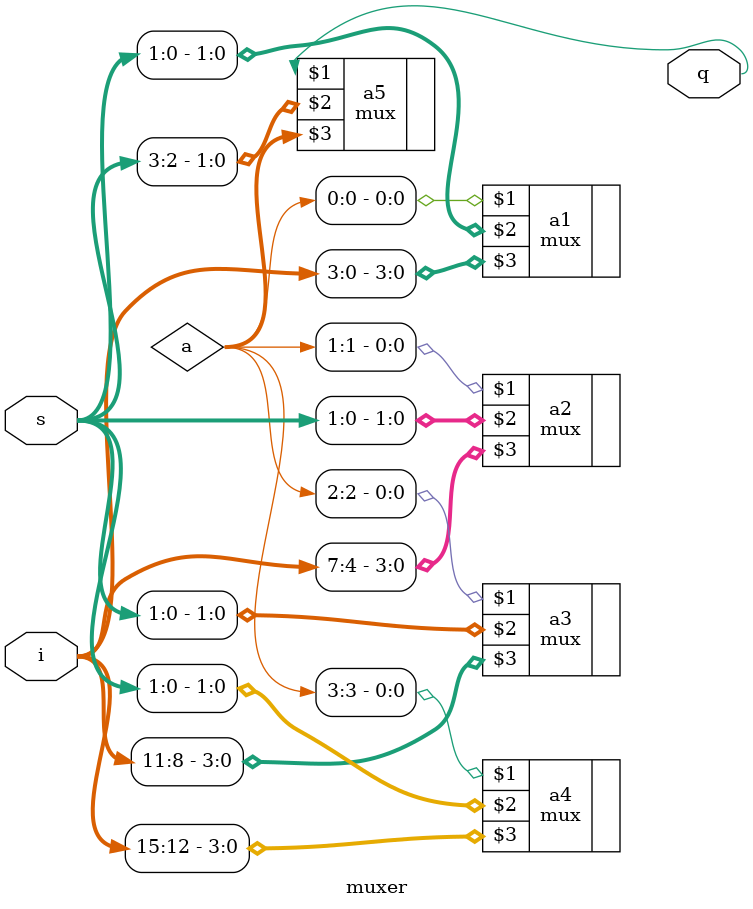
<source format=v>
module muxer(q, s, i);        //16 to 1 using 4 to 1
  input [15:0]i;
  input [3:0]s;
  output q;
  wire [3:0]a;
  mux a1(a[0], s[1:0] ,i[3:0]);
  mux a2(a[1], s[1:0] ,i[7:4]);
  mux a3(a[2], s[1:0] ,i[11:8]);
  mux a4(a[3], s[1:0] ,i[15:12]);
  mux a5(q, s[3:2], a);
endmodule

</source>
